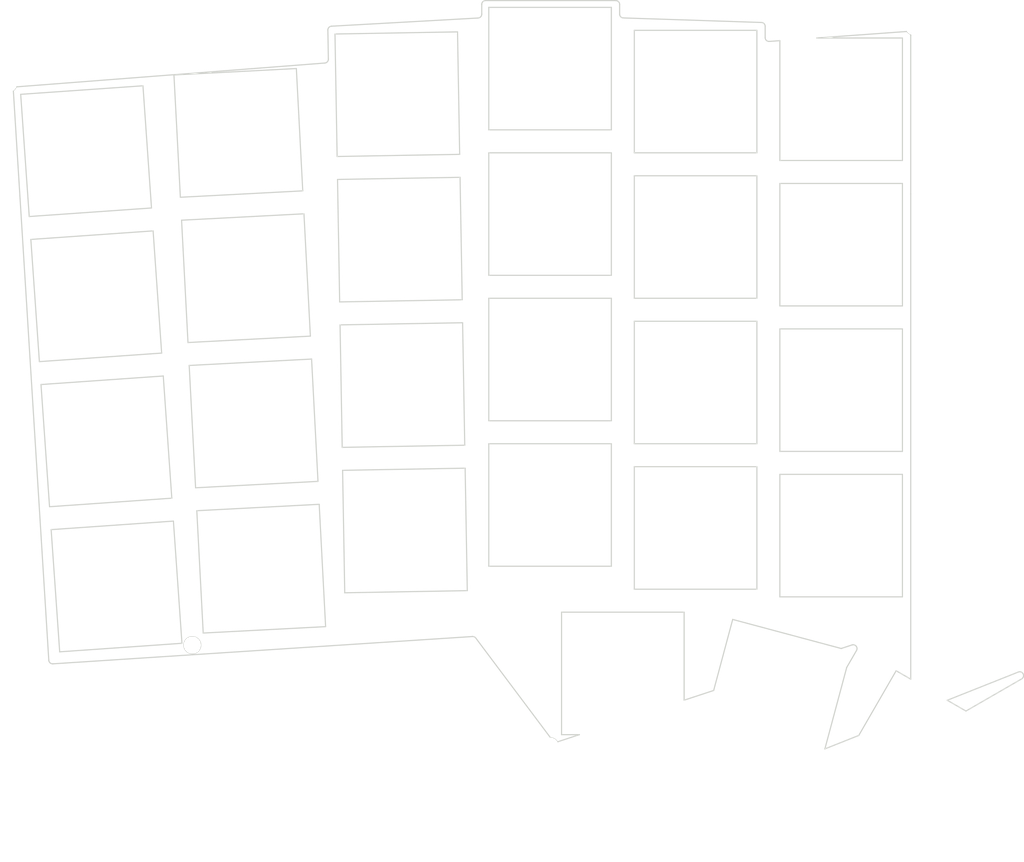
<source format=kicad_pcb>
(kicad_pcb (version 20240108) (generator "ergogen") (generator_version "4.1.0")
  (title_block (title "frontplate") (date "2025-05-30") (rev "0.1") (company "huntercook"))
  (layers (0 "F.Cu" signal) (31 "B.Cu" signal) (34 "B.Paste" user) (35 "F.Paste" user) (36 "B.SilkS" user "B.Silkscreen") (37 "F.SilkS" user "F.Silkscreen") (38 "B.Mask" user) (39 "F.Mask" user) (44 "Edge.Cuts" user))
  (net 0 "")
  (footprint "ceoloide:mounting_hole_npth" (layer "F.Cu") (at 45.884336000000005 94.324677 4)
    (property "Reference" "MH1" hide)
    (pad "" np_thru_hole circle (at 0 0 4) (size 2.2 2.2) (drill 2.2) (layers "*.Cu" "*.Mask"))
  )
  (footprint "ceoloide:mounting_hole_npth" (layer "F.Cu") (at 69.8941715 167.6612351 3)
    (property "Reference" "MH2" hide)
    (pad "" np_thru_hole circle (at 0 0 3) (size 2.2 2.2) (drill 2.2) (layers "*.Cu" "*.Mask"))
  )
  (footprint "ceoloide:mounting_hole_npth" (layer "F.Cu") (at 164.0933269 86.8570229 0)
    (property "Reference" "MH3" hide)
    (pad "" np_thru_hole circle (at 0 0 0) (size 2.2 2.2) (drill 2.2) (layers "*.Cu" "*.Mask"))
  )
  (footprint "ceoloide:mounting_hole_npth" (layer "F.Cu") (at 116.5933268 180.8570229 0)
    (property "Reference" "MH4" hide)
    (pad "" np_thru_hole circle (at 0 0 0) (size 2.2 2.2) (drill 2.2) (layers "*.Cu" "*.Mask"))
  )
  (footprint "ceoloide:mounting_hole_npth" (layer "F.Cu") (at 168.1773323 194.9169411 -30)
    (property "Reference" "MH5" hide)
    (pad "" np_thru_hole circle (at 0 0 -30) (size 2.2 2.2) (drill 2.2) (layers "*.Cu" "*.Mask"))
  )
  (gr_line (start 51.15469146639546 169.63905657460316) (end 46.52768806568337 95.26463597465886) (layer Edge.Cuts) (stroke (width 0.15)))
  (gr_line (start 46.988201408447225 94.73507592130764) (end 87.1911621754316 91.62845671836028) (layer Edge.Cuts) (stroke (width 0.15)))
  (gr_line (start 87.65256412130931 91.12121661568926) (end 87.58630120005196 87.3250174025925) (layer Edge.Cuts) (stroke (width 0.15)))
  (gr_line (start 88.05835489728447 86.81706850361975) (end 107.20119690278267 85.74838050942455) (layer Edge.Cuts) (stroke (width 0.15)))
  (gr_line (start 107.6733268 85.24915780957988) (end 107.6733268 83.9700229) (layer Edge.Cuts) (stroke (width 0.15)))
  (gr_line (start 108.1733268 83.4700229) (end 125.1753268 83.4700229) (layer Edge.Cuts) (stroke (width 0.15)))
  (gr_line (start 125.6753268 83.9700229) (end 125.6753268 85.23819982566069) (layer Edge.Cuts) (stroke (width 0.15)))
  (gr_line (start 126.15888834994594 85.73792952730365) (end 144.19176535005403 86.33111617269635) (layer Edge.Cuts) (stroke (width 0.15)))
  (gr_line (start 144.6753269 86.83084587433932) (end 144.6753269 88.3075310304531) (layer Edge.Cuts) (stroke (width 0.15)))
  (gr_line (start 145.21141674973947 88.80622682685355) (end 146.5933269 88.70622017851579) (layer Edge.Cuts) (stroke (width 0.15)))
  (gr_line (start 151.41859873587435 88.3570229) (end 163.13926234041855 87.5088170429378) (layer Edge.Cuts) (stroke (width 0.15)))
  (gr_line (start 163.67535219015573 88.00748928962275) (end 163.67632689999766 108.72202285053208) (layer Edge.Cuts) (stroke (width 0.15)))
  (gr_line (start 163.6763269 108.7220463999547) (end 163.6763269 172.1110250318451) (layer Edge.Cuts) (stroke (width 0.15)))
  (gr_line (start 170.8856026594133 176.2733023503933) (end 178.15612095812958 172.07566665355677) (layer Edge.Cuts) (stroke (width 0.15)))
  (gr_line (start 177.7213895184705 171.17803122956553) (end 168.4471062516821 174.86543578681955) (layer Edge.Cuts) (stroke (width 0.15)))
  (gr_line (start 156.8950177212952 179.45848332131663) (end 152.4702203019859 181.21775869597715) (layer Edge.Cuts) (stroke (width 0.15)))
  (gr_line (start 155.3208710901784 170.57898533531556) (end 156.5992731123506 168.36472808588405) (layer Edge.Cuts) (stroke (width 0.15)))
  (gr_line (start 156.00990735238864 167.63980310562445) (end 154.59966154438544 168.1040790167729) (layer Edge.Cuts) (stroke (width 0.15)))
  (gr_line (start 120.41865719341482 179.3570229) (end 117.5438808 180.3034462) (layer Edge.Cuts) (stroke (width 0.15)))
  (gr_line (start 137.950965886319 173.5851010501067) (end 134.0933268 174.85509872818426) (layer Edge.Cuts) (stroke (width 0.15)))
  (gr_line (start 116.6486419 179.7584146) (end 106.89378036084388 166.73849497535096) (layer Edge.Cuts) (stroke (width 0.15)))
  (gr_line (start 106.46113463504817 166.53935391061756) (end 51.68622381308563 170.10695322155308) (layer Edge.Cuts) (stroke (width 0.15)))
  (gr_arc (start 46.988201362584746 94.7350759248516) (mid 46.94309036258475 94.7406338248516) (end 46.89867046258475 94.75026532485161) (layer Edge.Cuts) (stroke (width 0.15)))
  (gr_arc (start 46.526984562584744 95.2174272248516) (mid 46.52677876258475 95.2410399248516) (end 46.527688062584744 95.26463602485161) (layer Edge.Cuts) (stroke (width 0.15)))
  (gr_arc (start 87.19116222129409 91.62845671481632) (mid 87.52251072129408 91.46638881481631) (end 87.65256422129409 91.12121661481632) (layer Edge.Cuts) (stroke (width 0.15)))
  (gr_arc (start 88.05835490006717 86.81706850346497) (mid 87.71996740006718 86.97591580346497) (end 87.58630110006717 87.32501740346497) (layer Edge.Cuts) (stroke (width 0.15)))
  (gr_arc (start 107.2011969 85.74838050957989) (mid 107.5366002 85.59271640957988) (end 107.6733268 85.24915780957988) (layer Edge.Cuts) (stroke (width 0.15)))
  (gr_arc (start 108.1733268 83.4700229) (mid 107.8197734 83.61646950000001) (end 107.6733268 83.9700229) (layer Edge.Cuts) (stroke (width 0.15)))
  (gr_arc (start 125.6753268 83.9700229) (mid 125.52888019999999 83.61646950000001) (end 125.1753268 83.4700229) (layer Edge.Cuts) (stroke (width 0.15)))
  (gr_arc (start 125.6753268 85.23819982566069) (mid 125.8160085 85.58589272566068) (end 126.15888829999999 85.73792952566069) (layer Edge.Cuts) (stroke (width 0.15)))
  (gr_arc (start 144.6753269 86.83084587433932) (mid 144.5346452 86.48315297433932) (end 144.19176539999998 86.33111617433931) (layer Edge.Cuts) (stroke (width 0.15)))
  (gr_arc (start 144.6753269 88.3075310304531) (mid 144.83477219999997 88.6736218304531) (end 145.2114168 88.8062268304531) (layer Edge.Cuts) (stroke (width 0.15)))
  (gr_arc (start 163.67535219015807 88.0074893393382) (mid 163.67020279015807 87.9359382393382) (end 163.65486709015806 87.8658603393382) (layer Edge.Cuts) (stroke (width 0.15)))
  (gr_arc (start 163.20701059015806 87.5085161393382) (mid 163.17313139015806 87.5075178393382) (end 163.13926239015805 87.50881703933821) (layer Edge.Cuts) (stroke (width 0.15)))
  (gr_arc (start 163.6763269 108.7220463999547) (mid 163.6763269 108.72203459995471) (end 163.6763269 108.72202289995471) (layer Edge.Cuts) (stroke (width 0.15)))
  (gr_arc (start 178.15612095812955 172.07566665355677) (mid 178.35612355812955 171.42471435355677) (end 177.72138955812954 171.17803125355675) (layer Edge.Cuts) (stroke (width 0.15)))
  (gr_arc (start 156.5992731123506 168.364728085884) (mid 156.5542220123506 167.799314385884) (end 156.0099073123506 167.63980308588398) (layer Edge.Cuts) (stroke (width 0.15)))
  (gr_arc (start 106.89378038483694 166.73849490737473) (mid 106.70269198483695 166.58410090737473) (end 106.46113458483696 166.53935390737473) (layer Edge.Cuts) (stroke (width 0.15)))
  (gr_arc (start 51.15469146329684 169.6390566247959) (mid 51.32335376329684 169.9833153247959) (end 51.686223863296846 170.10695322479592) (layer Edge.Cuts) (stroke (width 0.15)))
  (gr_line (start 52.5775394 168.5385642) (end 68.5385642 167.4224606) (layer Edge.Cuts) (stroke (width 0.15)))
  (gr_line (start 68.5385642 167.4224606) (end 67.4224606 151.4614358) (layer Edge.Cuts) (stroke (width 0.15)))
  (gr_line (start 67.4224606 151.4614358) (end 51.461435800000004 152.5775394) (layer Edge.Cuts) (stroke (width 0.15)))
  (gr_line (start 51.461435800000004 152.5775394) (end 52.5775394 168.5385642) (layer Edge.Cuts) (stroke (width 0.15)))
  (gr_line (start 51.2521664 149.58484719999998) (end 67.2131912 148.46874359999998) (layer Edge.Cuts) (stroke (width 0.15)))
  (gr_line (start 67.2131912 148.46874359999998) (end 66.09708760000001 132.5077188) (layer Edge.Cuts) (stroke (width 0.15)))
  (gr_line (start 66.09708760000001 132.5077188) (end 50.136062800000005 133.6238224) (layer Edge.Cuts) (stroke (width 0.15)))
  (gr_line (start 50.136062800000005 133.6238224) (end 51.2521664 149.58484719999998) (layer Edge.Cuts) (stroke (width 0.15)))
  (gr_line (start 49.9267934 130.63113019999997) (end 65.8878182 129.51502659999997) (layer Edge.Cuts) (stroke (width 0.15)))
  (gr_line (start 65.8878182 129.51502659999997) (end 64.7717146 113.55400179999998) (layer Edge.Cuts) (stroke (width 0.15)))
  (gr_line (start 64.7717146 113.55400179999998) (end 48.810689800000006 114.67010539999998) (layer Edge.Cuts) (stroke (width 0.15)))
  (gr_line (start 48.810689800000006 114.67010539999998) (end 49.9267934 130.63113019999997) (layer Edge.Cuts) (stroke (width 0.15)))
  (gr_line (start 48.6014204 111.67741319999999) (end 64.5624452 110.56130959999999) (layer Edge.Cuts) (stroke (width 0.15)))
  (gr_line (start 64.5624452 110.56130959999999) (end 63.446341600000004 94.6002848) (layer Edge.Cuts) (stroke (width 0.15)))
  (gr_line (start 63.446341600000004 94.6002848) (end 47.48531680000001 95.7163884) (layer Edge.Cuts) (stroke (width 0.15)))
  (gr_line (start 47.48531680000001 95.7163884) (end 48.6014204 111.67741319999999) (layer Edge.Cuts) (stroke (width 0.15)))
  (gr_line (start 71.3136119 166.08478680000002) (end 87.29168440000001 165.2474115) (layer Edge.Cuts) (stroke (width 0.15)))
  (gr_line (start 87.29168440000001 165.2474115) (end 86.4543091 149.269339) (layer Edge.Cuts) (stroke (width 0.15)))
  (gr_line (start 86.4543091 149.269339) (end 70.4762366 150.10671430000002) (layer Edge.Cuts) (stroke (width 0.15)))
  (gr_line (start 70.4762366 150.10671430000002) (end 71.3136119 166.08478680000002) (layer Edge.Cuts) (stroke (width 0.15)))
  (gr_line (start 70.3192287 147.11082560000003) (end 86.29730119999999 146.2734503) (layer Edge.Cuts) (stroke (width 0.15)))
  (gr_line (start 86.29730119999999 146.2734503) (end 85.4599259 130.2953778) (layer Edge.Cuts) (stroke (width 0.15)))
  (gr_line (start 85.4599259 130.2953778) (end 69.4818534 131.13275310000003) (layer Edge.Cuts) (stroke (width 0.15)))
  (gr_line (start 69.4818534 131.13275310000003) (end 70.3192287 147.11082560000003) (layer Edge.Cuts) (stroke (width 0.15)))
  (gr_line (start 69.3248455 128.1368644) (end 85.302918 127.29948910000002) (layer Edge.Cuts) (stroke (width 0.15)))
  (gr_line (start 85.302918 127.29948910000002) (end 84.4655427 111.32141660000002) (layer Edge.Cuts) (stroke (width 0.15)))
  (gr_line (start 84.4655427 111.32141660000002) (end 68.48747019999999 112.15879190000001) (layer Edge.Cuts) (stroke (width 0.15)))
  (gr_line (start 68.48747019999999 112.15879190000001) (end 69.3248455 128.1368644) (layer Edge.Cuts) (stroke (width 0.15)))
  (gr_line (start 68.3304623 109.16290320000002) (end 84.30853479999999 108.32552790000001) (layer Edge.Cuts) (stroke (width 0.15)))
  (gr_line (start 84.30853479999999 108.32552790000001) (end 83.4711595 92.3474554) (layer Edge.Cuts) (stroke (width 0.15)))
  (gr_line (start 83.4711595 92.3474554) (end 67.493087 93.1848307) (layer Edge.Cuts) (stroke (width 0.15)))
  (gr_line (start 67.493087 93.1848307) (end 68.3304623 109.16290320000002) (layer Edge.Cuts) (stroke (width 0.15)))
  (gr_line (start 89.7894155 160.8265624) (end 105.7869786 160.5473239) (layer Edge.Cuts) (stroke (width 0.15)))
  (gr_line (start 105.7869786 160.5473239) (end 105.5077401 144.5497608) (layer Edge.Cuts) (stroke (width 0.15)))
  (gr_line (start 105.5077401 144.5497608) (end 89.510177 144.8289993) (layer Edge.Cuts) (stroke (width 0.15)))
  (gr_line (start 89.510177 144.8289993) (end 89.7894155 160.8265624) (layer Edge.Cuts) (stroke (width 0.15)))
  (gr_line (start 89.45781980000001 141.8294562) (end 105.4553829 141.55021770000002) (layer Edge.Cuts) (stroke (width 0.15)))
  (gr_line (start 105.4553829 141.55021770000002) (end 105.1761444 125.55265460000001) (layer Edge.Cuts) (stroke (width 0.15)))
  (gr_line (start 105.1761444 125.55265460000001) (end 89.1785813 125.8318931) (layer Edge.Cuts) (stroke (width 0.15)))
  (gr_line (start 89.1785813 125.8318931) (end 89.45781980000001 141.8294562) (layer Edge.Cuts) (stroke (width 0.15)))
  (gr_line (start 89.12622410000002 122.83235) (end 105.12378720000001 122.5531115) (layer Edge.Cuts) (stroke (width 0.15)))
  (gr_line (start 105.12378720000001 122.5531115) (end 104.84454870000002 106.5555484) (layer Edge.Cuts) (stroke (width 0.15)))
  (gr_line (start 104.84454870000002 106.5555484) (end 88.84698560000001 106.83478690000001) (layer Edge.Cuts) (stroke (width 0.15)))
  (gr_line (start 88.84698560000001 106.83478690000001) (end 89.12622410000002 122.83235) (layer Edge.Cuts) (stroke (width 0.15)))
  (gr_line (start 88.79462840000002 103.8352438) (end 104.79219150000002 103.5560053) (layer Edge.Cuts) (stroke (width 0.15)))
  (gr_line (start 104.79219150000002 103.5560053) (end 104.51295300000001 87.5584422) (layer Edge.Cuts) (stroke (width 0.15)))
  (gr_line (start 104.51295300000001 87.5584422) (end 88.51538990000002 87.83768069999999) (layer Edge.Cuts) (stroke (width 0.15)))
  (gr_line (start 88.51538990000002 87.83768069999999) (end 88.79462840000002 103.8352438) (layer Edge.Cuts) (stroke (width 0.15)))
  (gr_line (start 108.5933268 157.3570229) (end 124.5933268 157.3570229) (layer Edge.Cuts) (stroke (width 0.15)))
  (gr_line (start 124.5933268 157.3570229) (end 124.5933268 141.3570229) (layer Edge.Cuts) (stroke (width 0.15)))
  (gr_line (start 124.5933268 141.3570229) (end 108.5933268 141.3570229) (layer Edge.Cuts) (stroke (width 0.15)))
  (gr_line (start 108.5933268 141.3570229) (end 108.5933268 157.3570229) (layer Edge.Cuts) (stroke (width 0.15)))
  (gr_line (start 108.5933268 138.3570229) (end 124.5933268 138.3570229) (layer Edge.Cuts) (stroke (width 0.15)))
  (gr_line (start 124.5933268 138.3570229) (end 124.5933268 122.3570229) (layer Edge.Cuts) (stroke (width 0.15)))
  (gr_line (start 124.5933268 122.3570229) (end 108.5933268 122.3570229) (layer Edge.Cuts) (stroke (width 0.15)))
  (gr_line (start 108.5933268 122.3570229) (end 108.5933268 138.3570229) (layer Edge.Cuts) (stroke (width 0.15)))
  (gr_line (start 108.5933268 119.3570229) (end 124.5933268 119.3570229) (layer Edge.Cuts) (stroke (width 0.15)))
  (gr_line (start 124.5933268 119.3570229) (end 124.5933268 103.3570229) (layer Edge.Cuts) (stroke (width 0.15)))
  (gr_line (start 124.5933268 103.3570229) (end 108.5933268 103.3570229) (layer Edge.Cuts) (stroke (width 0.15)))
  (gr_line (start 108.5933268 103.3570229) (end 108.5933268 119.3570229) (layer Edge.Cuts) (stroke (width 0.15)))
  (gr_line (start 108.5933268 100.3570229) (end 124.5933268 100.3570229) (layer Edge.Cuts) (stroke (width 0.15)))
  (gr_line (start 124.5933268 100.3570229) (end 124.5933268 84.3570229) (layer Edge.Cuts) (stroke (width 0.15)))
  (gr_line (start 124.5933268 84.3570229) (end 108.5933268 84.3570229) (layer Edge.Cuts) (stroke (width 0.15)))
  (gr_line (start 108.5933268 84.3570229) (end 108.5933268 100.3570229) (layer Edge.Cuts) (stroke (width 0.15)))
  (gr_line (start 127.5933269 160.3570228) (end 143.5933269 160.3570228) (layer Edge.Cuts) (stroke (width 0.15)))
  (gr_line (start 143.5933269 160.3570228) (end 143.5933269 144.3570228) (layer Edge.Cuts) (stroke (width 0.15)))
  (gr_line (start 143.5933269 144.3570228) (end 127.5933269 144.3570228) (layer Edge.Cuts) (stroke (width 0.15)))
  (gr_line (start 127.5933269 144.3570228) (end 127.5933269 160.3570228) (layer Edge.Cuts) (stroke (width 0.15)))
  (gr_line (start 127.5933269 141.3570228) (end 143.5933269 141.3570228) (layer Edge.Cuts) (stroke (width 0.15)))
  (gr_line (start 143.5933269 141.3570228) (end 143.5933269 125.35702280000001) (layer Edge.Cuts) (stroke (width 0.15)))
  (gr_line (start 143.5933269 125.35702280000001) (end 127.5933269 125.35702280000001) (layer Edge.Cuts) (stroke (width 0.15)))
  (gr_line (start 127.5933269 125.35702280000001) (end 127.5933269 141.3570228) (layer Edge.Cuts) (stroke (width 0.15)))
  (gr_line (start 127.5933269 122.35702280000001) (end 143.5933269 122.35702280000001) (layer Edge.Cuts) (stroke (width 0.15)))
  (gr_line (start 143.5933269 122.35702280000001) (end 143.5933269 106.35702280000001) (layer Edge.Cuts) (stroke (width 0.15)))
  (gr_line (start 143.5933269 106.35702280000001) (end 127.5933269 106.35702280000001) (layer Edge.Cuts) (stroke (width 0.15)))
  (gr_line (start 127.5933269 106.35702280000001) (end 127.5933269 122.35702280000001) (layer Edge.Cuts) (stroke (width 0.15)))
  (gr_line (start 127.5933269 103.35702280000001) (end 143.5933269 103.35702280000001) (layer Edge.Cuts) (stroke (width 0.15)))
  (gr_line (start 143.5933269 103.35702280000001) (end 143.5933269 87.35702280000001) (layer Edge.Cuts) (stroke (width 0.15)))
  (gr_line (start 143.5933269 87.35702280000001) (end 127.5933269 87.35702280000001) (layer Edge.Cuts) (stroke (width 0.15)))
  (gr_line (start 127.5933269 87.35702280000001) (end 127.5933269 103.35702280000001) (layer Edge.Cuts) (stroke (width 0.15)))
  (gr_line (start 146.5933269 161.3570229) (end 162.5933269 161.3570229) (layer Edge.Cuts) (stroke (width 0.15)))
  (gr_line (start 162.5933269 161.3570229) (end 162.5933269 145.3570229) (layer Edge.Cuts) (stroke (width 0.15)))
  (gr_line (start 162.5933269 145.3570229) (end 146.5933269 145.3570229) (layer Edge.Cuts) (stroke (width 0.15)))
  (gr_line (start 146.5933269 145.3570229) (end 146.5933269 161.3570229) (layer Edge.Cuts) (stroke (width 0.15)))
  (gr_line (start 146.5933269 142.3570229) (end 162.5933269 142.3570229) (layer Edge.Cuts) (stroke (width 0.15)))
  (gr_line (start 162.5933269 142.3570229) (end 162.5933269 126.3570229) (layer Edge.Cuts) (stroke (width 0.15)))
  (gr_line (start 162.5933269 126.3570229) (end 146.5933269 126.3570229) (layer Edge.Cuts) (stroke (width 0.15)))
  (gr_line (start 146.5933269 126.3570229) (end 146.5933269 142.3570229) (layer Edge.Cuts) (stroke (width 0.15)))
  (gr_line (start 146.5933269 123.3570229) (end 162.5933269 123.3570229) (layer Edge.Cuts) (stroke (width 0.15)))
  (gr_line (start 162.5933269 123.3570229) (end 162.5933269 107.3570229) (layer Edge.Cuts) (stroke (width 0.15)))
  (gr_line (start 162.5933269 107.3570229) (end 146.5933269 107.3570229) (layer Edge.Cuts) (stroke (width 0.15)))
  (gr_line (start 146.5933269 107.3570229) (end 146.5933269 123.3570229) (layer Edge.Cuts) (stroke (width 0.15)))
  (gr_line (start 146.5933269 104.3570229) (end 162.5933269 104.3570229) (layer Edge.Cuts) (stroke (width 0.15)))
  (gr_line (start 162.5933269 104.3570229) (end 162.5933269 88.3570229) (layer Edge.Cuts) (stroke (width 0.15)))
  (gr_line (start 162.5933269 88.3570229) (end 151.41859873587435 88.3570229) (layer Edge.Cuts) (stroke (width 0.15)))
  (gr_line (start 146.5933269 88.70622017851579) (end 146.5933269 104.3570229) (layer Edge.Cuts) (stroke (width 0.15)))
  (gr_line (start 118.0933268 179.3570229) (end 120.41865719341482 179.3570229) (layer Edge.Cuts) (stroke (width 0.15)))
  (gr_line (start 134.0933268 174.85509872818426) (end 134.0933268 163.3570229) (layer Edge.Cuts) (stroke (width 0.15)))
  (gr_line (start 134.0933268 163.3570229) (end 118.0933268 163.3570229) (layer Edge.Cuts) (stroke (width 0.15)))
  (gr_line (start 118.0933268 163.3570229) (end 118.0933268 179.3570229) (layer Edge.Cuts) (stroke (width 0.15)))
  (gr_line (start 152.4702203019859 181.21775869597718) (end 155.3208710901784 170.57898533531556) (layer Edge.Cuts) (stroke (width 0.15)))
  (gr_line (start 154.59966154438544 168.1040790167729) (end 140.4364726 164.3090639) (layer Edge.Cuts) (stroke (width 0.15)))
  (gr_line (start 140.4364726 164.3090639) (end 137.950965886319 173.5851010501067) (layer Edge.Cuts) (stroke (width 0.15)))
  (gr_line (start 163.6763269 172.1110250318451) (end 161.77188779999997 171.0114966) (layer Edge.Cuts) (stroke (width 0.15)))
  (gr_line (start 170.8856026594133 176.2733023503933) (end 168.4471062516821 174.86543578681952) (layer Edge.Cuts) (stroke (width 0.15)))
  (gr_line (start 161.77188779999997 171.0114966) (end 156.8950177212952 179.45848332131663) (layer Edge.Cuts) (stroke (width 0.15)))
  (gr_arc (start 46.526984500000005 95.21742719999999) (mid 46.745125300000005 95.00954329999999) (end 46.8986705 94.75026539999999) (layer Edge.Cuts) (stroke (width 0.15)))
  (gr_circle (center 69.8941715 167.6612351) (end 70.9941715 167.6612351) (layer Edge.Cuts) (stroke (width 0.15)) (fill none))
  (gr_arc (start 163.2070106 87.50851610000001) (mid 163.4072645 87.71685910000001) (end 163.6548671 87.86586030000001) (layer Edge.Cuts) (stroke (width 0.15)))
  (gr_arc (start 117.5438808 180.3034462) (mid 117.1653478 179.9174528) (end 116.6486419 179.75841450000001) (layer Edge.Cuts) (stroke (width 0.15)))
)
</source>
